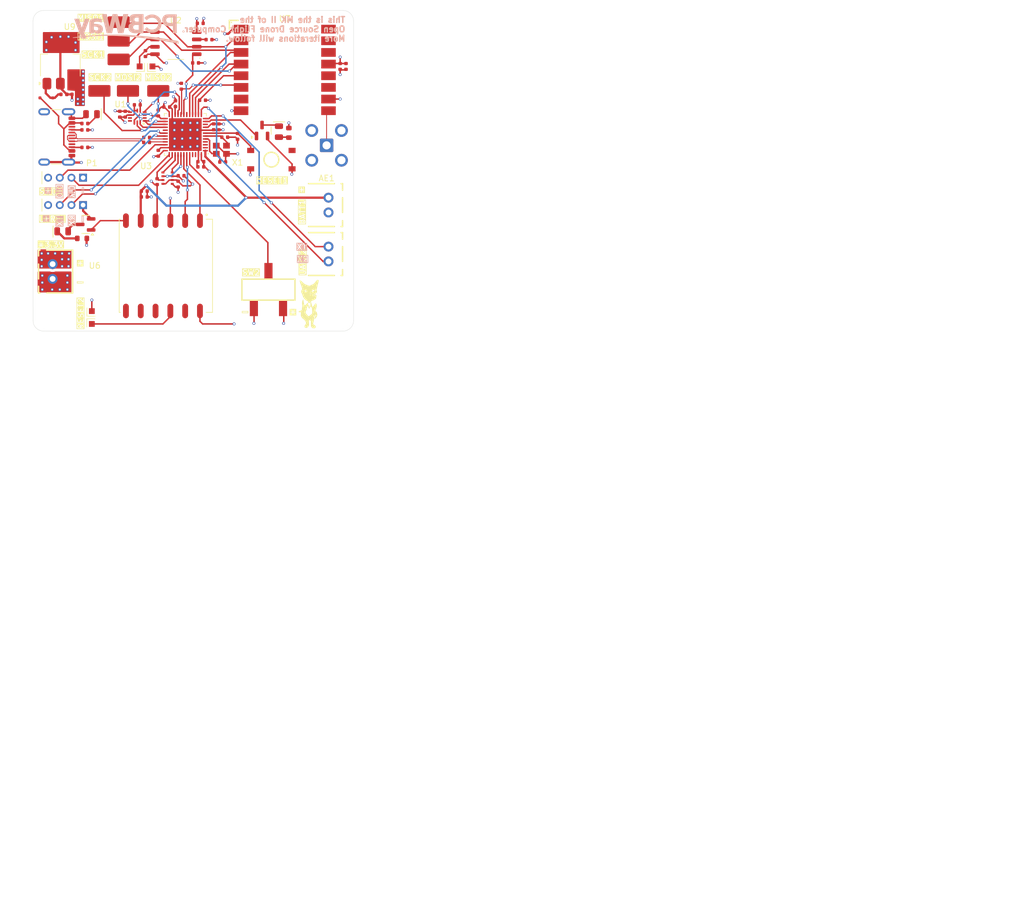
<source format=kicad_pcb>
(kicad_pcb (version 20241229) (generator "pcbnew") (generator_version "9.0")
  (layers (0 "F.Cu" signal) (4 "In1.Cu" power) (6 "In2.Cu" power) (2 "B.Cu" signal) (13 "F.Paste" user) (15 "B.Paste" user) (5 "F.SilkS" user "F.Silkscreen") (7 "B.SilkS" user "B.Silkscreen") (1 "F.Mask" user) (3 "B.Mask" user) (25 "Edge.Cuts" user))
  (net 0 "")
  (net 1 "+3.3V")
  (net 2 "+BATT")
  (net 3 "Net-(U5-PH1-OSC_OUT)")
  (net 4 "Net-(U5-PH0-OSC_IN)")
  (net 5 "+5V")
  (net 6 "Net-(U5-VCAP1)")
  (net 7 "/SPI5_NSS")
  (net 8 "/SPI1_MOSI")
  (net 9 "/SPI1_SCK")
  (net 10 "/SPI1_MISO")
  (net 11 "/SPI1_NSS")
  (net 12 "Net-(U2-~{WP}{slash}IO_{2})")
  (net 13 "Net-(U2-~{HOLD}{slash}~{RESET}{slash}IO_{3})")
  (net 14 "/MCU_RX2")
  (net 15 "Net-(P1-CC1)")
  (net 16 "/MCU_TX2")
  (net 17 "Net-(P1-CC2)")
  (net 21 "Net-(D1-K)")
  (net 22 "/SPI2_SCK")
  (net 27 "/SPI2_NSS")
  (net 28 "Net-(D6-Pad2)")
  (net 29 "Net-(D3-Pad2)")
  (net 30 "/SPI2_MISO")
  (net 32 "/SPI2_MOSI")
  (net 34 "/Debug_TX")
  (net 35 "/Debug_RX")
  (net 39 "GND")
  (net 42 "/MCU_TX1")
  (net 43 "/SPI3_NSS")
  (net 44 "/MCU_RX1")
  (net 48 "Net-(AE1-A)")
  (net 52 "Net-(U5-NRST)")
  (net 53 "Net-(SW2-B)")
  (net 54 "/SPI3_MOSI")
  (net 55 "/SPI3_MISO")
  (net 56 "/SPI3_SCK")
  (net 57 "/Lora_RES")
  (net 58 "/USB_FS_DP")
  (net 59 "/USB_FS_DN")
  (net 60 "Net-(Q3-D)")
  (net 61 "Net-(D5-Pad2)")
  (net 62 "Net-(Q2-D)")
  (net 63 "/SWDIO")
  (net 66 "/SWCLK")
  (net 67 "Net-(Q3-G)")
  (net 68 "/IMU_INT")
  (net 70 "Net-(U6-~{RESET})")
  (net 71 "Net-(Q2-G)")
  (net 72 "Net-(U5-PA11)")
  (net 73 "Net-(U5-PA12)")
  (footprint "easyeda2kicad:CONN-TH_B2B-XH-A-LF-SN" (layer "F.Cu") (at 112 54.4 90)
    (property "Reference" "BATT1")
    (property "Value" "Connector")
  )
  (footprint "PCM_JLCPCB:R_0402" (layer "F.Cu") (at 70.2 41.5 180)
    (property "Reference" "R1" (hide yes))
    (property "Value" "5.1kΩ" (hide yes))
  )
  (footprint "PCM_JLCPCB:R_0402" (layer "F.Cu") (at 89.2 30)
    (property "Reference" "R7" (hide yes))
    (property "Value" "5.1kΩ" (hide yes))
  )
  (footprint "PCM_JLCPCB:C_0402" (layer "F.Cu") (at 76.2 38.8 -90)
    (property "Reference" "C7" (hide yes))
    (property "Value" "2.2uF")
  )
  (footprint "PCM_JLCPCB:C_0402" (layer "F.Cu") (at 94.2 42.75 180)
    (property "Reference" "C11" (hide yes))
    (property "Value" "20pF")
  )
  (footprint "TestPoint:TestPoint_Pad_1.0x1.0mm" (layer "F.Cu") (at 71.4 74.8 90)
    (property "Reference" "REF**" (hide yes))
    (property "Value" "TestPoint_Pad_1.0x1.0mm")
  )
  (footprint "Connector_Coaxial:SMA_BAT_Wireless_BWSMA-KWE-Z001" (layer "F.Cu") (at 111.675 44.15 -90)
    (property "Reference" "AE1")
    (property "Value" "915MHZ Antenna")
  )
  (footprint "easyeda2kicad:SW-SMD_4P-L4.5-W4.5-P3.15-LS7.5-TL" (layer "F.Cu") (at 102.2 46.6)
    (property "Reference" "RESET1")
    (property "Value" "TS1101S")
  )
  (footprint "PCM_JLCPCB:C_0402" (layer "F.Cu") (at 90.1 46.95 180)
    (property "Reference" "C18" (hide yes))
    (property "Value" "4.7uF")
  )
  (footprint "Package_LGA:Bosch_LGA-8_2x2.5mm_P0.65mm_ClockwisePinNumbering" (layer "F.Cu") (at 84.4 49.775 90)
    (property "Reference" "U3")
    (property "Value" "BMP280")
  )
  (footprint "PCM_JLCPCB:R_0402" (layer "F.Cu") (at 70.2 44.5 180)
    (property "Reference" "R2" (hide yes))
    (property "Value" "5.1kΩ" (hide yes))
  )
  (footprint "PCM_JLCPCB:C_0402" (layer "F.Cu") (at 92.3 40.965316 -90)
    (property "Reference" "C21" (hide yes))
    (property "Value" "1uF")
  )
  (footprint "PCM_JLCPCB:R_0402" (layer "F.Cu") (at 90.4 36.4 180)
    (property "Reference" "R10" (hide yes))
    (property "Value" "5.1kΩ" (hide yes))
  )
  (footprint "easyeda2kicad:CONN-TH_B2B-XH-A-LF-SN" (layer "F.Cu") (at 112 62.8 90)
    (property "Reference" "UART2")
    (property "Value" "Connector")
  )
  (footprint "Package_SO:SOIC-8_5.3x5.3mm_P1.27mm" (layer "F.Cu") (at 85.8125 26.6 180)
    (property "Reference" "U2")
    (property "Value" "W25Q16JVSS")
  )
  (footprint "PCM_JLCPCB:R_0402" (layer "F.Cu") (at 70.2 40.4)
    (property "Reference" "R11" (hide yes))
    (property "Value" "200Ω" (hide yes))
  )
  (footprint "TestPoint:TestPoint_Keystone_5019_Miniature" (layer "F.Cu") (at 72.7 34.8)
    (property "Reference" "SCK2")
    (property "Value" "TestPoint")
  )
  (footprint "PCM_JLCPCB:C_0402" (layer "F.Cu") (at 90.09547 47.838667)
    (property "Reference" "C25" (hide yes))
    (property "Value" "100nF")
  )
  (footprint "PCM_JLCPCB:R_0402" (layer "F.Cu") (at 82.8 38.6 -90)
    (property "Reference" "R12" (hide yes))
    (property "Value" "5.1kΩ" (hide yes))
  )
  (footprint "PCM_JLCPCB:Q_SOT-23" (layer "F.Cu") (at 70.34 57.72 180)
    (property "Reference" "Q3" (hide yes))
    (property "Value" "AO3400A")
  )
  (footprint "TestPoint:TestPoint_Keystone_5019_Miniature" (layer "F.Cu") (at 76 26.2 180)
    (property "Reference" "MOSI1")
    (property "Value" "TestPoint")
  )
  (footprint "PCM_JLCPCB:C_0402" (layer "F.Cu") (at 82.8 45.5 -90)
    (property "Reference" "C29" (hide yes))
    (property "Value" "100nF")
  )
  (footprint "PCM_JLCPCB:C_0402" (layer "F.Cu") (at 93.85 47)
    (property "Reference" "C10" (hide yes))
    (property "Value" "20pF")
  )
  (footprint "TestPoint:TestPoint_Pad_1.0x1.0mm" (layer "F.Cu") (at 71.4 72.6)
    (property "Reference" "REF**" (hide yes))
    (property "Value" "TestPoint_Pad_1.0x1.0mm")
  )
  (footprint "Connector_PinHeader_2.00mm:PinHeader_1x04_P2.00mm_Vertical" (layer "F.Cu") (at 69.9 54.4 -90)
    (property "Reference" "UART1")
    (property "Value" "Conn_01x04_Pin")
  )
  (footprint "Package_TO_SOT_SMD:SOT-223-3_TabPin2" (layer "F.Cu") (at 66 30.4 90)
    (property "Reference" "U9")
    (property "Value" "AP7361C-33E")
  )
  (footprint "easyeda2kicad:LGA-14_L3.0-W2.5-P0.50-TL" (layer "F.Cu") (at 79.2 39.2 180)
    (property "Reference" "U1")
    (property "Value" "ICM-42605")
  )
  (footprint "MountingHole:MountingHole_2.1mm" (layer "F.Cu") (at 63.7 73.6)
    (property "Reference" "REF**" (hide yes))
    (property "Value" "MountingHole_2.1mm")
  )
  (footprint "PCM_JLCPCB:C_0402" (layer "F.Cu") (at 80.4 52)
    (property "Reference" "C31" (hide yes))
    (property "Value" "100nF")
  )
  (footprint "PCM_JLCPCB:C_0402" (layer "F.Cu") (at 114 30.6 -90)
    (property "Reference" "C3" (hide yes))
    (property "Value" "10uF")
  )
  (footprint "TestPoint:TestPoint_Keystone_5019_Miniature" (layer "F.Cu") (at 76 23 180)
    (property "Reference" "MISO1")
    (property "Value" "TestPoint")
  )
  (footprint "PCM_JLCPCB:C_0402" (layer "F.Cu") (at 68.5 35.4 180)
    (property "Reference" "C4" (hide yes))
    (property "Value" "4.7uF")
  )
  (footprint "Crystal:Crystal_SMD_2520-4Pin_2.5x2.0mm" (layer "F.Cu") (at 93.625 44.9 180)
    (property "Reference" "X1")
    (property "Value" "Shenzhen SCTF Elec SX2B12.000F1010F30")
  )
  (footprint "PCM_JLCPCB:R_0402" (layer "F.Cu") (at 86.75 34 90)
    (property "Reference" "R8" (hide yes))
    (property "Value" "5.1kΩ" (hide yes))
  )
  (footprint "PCM_JLCPCB:R_0402" (layer "F.Cu") (at 91.5 26)
    (property "Reference" "R3" (hide yes))
    (property "Value" "5.1kΩ" (hide yes))
  )
  (footprint "PCM_JLCPCB:D_0805" (layer "F.Cu") (at 103.5 41.8 -90)
    (property "Reference" "D5" (hide yes))
    (property "Value" "Red")
  )
  (footprint "PCM_JLCPCB:C_0402" (layer "F.Cu") (at 93.2 40.974013 -90)
    (property "Reference" "C20" (hide yes))
    (property "Value" "100nF")
  )
  (footprint "Diode_SMD:D_SOD-323F" (layer "F.Cu") (at 63.6 36 180)
    (property "Reference" "D1" (hide yes))
    (property "Value" "PMEG3015EJ")
  )
  (footprint "USB-C:USB-C" (layer "F.Cu") (at 64.3 42.7 -90)
    (property "Reference" "P1")
    (property "Value" "USB_C_Plug")
  )
  (footprint "Connector_PinHeader_2.00mm:PinHeader_1x04_P2.00mm_Vertical" (layer "F.Cu") (at 69.9 49.7 -90)
    (property "Reference" "SWD1")
    (property "Value" "Conn_01x04_Pin")
  )
  (footprint "PCM_JLCPCB:R_0603" (layer "F.Cu") (at 105.2 42 -90)
    (property "Reference" "R5" (hide yes))
    (property "Value" "75Ω")
  )
  (footprint "PCM_JLCPCB:C_0402" (layer "F.Cu") (at 79.2 37.2)
    (property "Reference" "C8" (hide yes))
    (property "Value" "10nF")
  )
  (footprint "PCM_JLCPCB:C_0402" (layer "F.Cu") (at 86.2 50.8 90)
    (property "Reference" "C12" (hide yes))
    (property "Value" "100nF")
  )
  (footprint "PCM_JLCPCB:D_0805" (layer "F.Cu") (at 71.34 38.8)
    (property "Reference" "D3" (hide yes))
    (property "Value" "Green")
  )
  (footprint "LOGO" (layer "F.Cu") (at 108.6 71.4)
    (property "Reference" "G***" (hide yes))
    (property "Value" "LOGO" (hide yes))
  )
  (footprint "PCM_JLCPCB:C_0402" (layer "F.Cu") (at 77.128509 38.8 90)
    (property "Reference" "C6" (hide yes))
    (property "Value" "100nF")
  )
  (footprint "Package_DFN_QFN:QFN-48-1EP_7x7mm_P0.5mm_EP5.6x5.6mm" (layer "F.Cu") (at 87.4375 42.3 180)
    (property "Reference" "U5" (hide yes))
    (property "Value" "STM32F411")
  )
  (footprint "Lora1276:COMM-SMD_LORA1276-C1-915MHZ" (layer "F.Cu") (at 104.5 31.2)
    (property "Reference" "U7")
    (property "Value" "915MHz")
  )
  (footprint "easyeda2kicad:CONN-TH_B2B-XH-A-LF-SN" (layer "F.Cu") (at 64.6725 65.8 -90)
    (property "Reference" "+3.3V")
    (property "Value" "Connector")
  )
  (footprint "PCM_JLCPCB:R_0402" (layer "F.Cu") (at 80.795275 43.637992 180)
    (property "Reference" "R14" (hide yes))
    (property "Value" "22Ω" (hide yes))
  )
  (footprint "TestPoint:TestPoint_Keystone_5019_Miniature" (layer "F.Cu") (at 77.6 34.8)
    (property "Reference" "MOSI2")
    (property "Value" "TestPoint")
  )
  (footprint "PCM_JLCPCB:C_0402" (layer "F.Cu") (at 66.6 35.4)
    (property "Reference" "C5" (hide yes))
    (property "Value" "4.7uF")
  )
  (footprint "PCM_JLCPCB:C_0402" (layer "F.Cu") (at 80.4 53)
    (property "Reference" "C15" (hide yes))
    (property "Value" "4.7uF")
  )
  (footprint "MountingHole:MountingHole_2.1mm" (layer "F.Cu") (at 113.9 73.6)
    (property "Reference" "REF**" (hide yes))
    (property "Value" "MountingHole_2.1mm")
  )
  (footprint "TestPoint:TestPoint_Pad_1.0x1.0mm" (layer "F.Cu") (at 79.6 30.6 90)
    (property "Reference" "REF**" (hide yes))
    (property "Value" "TestPoint_Pad_1.0x1.0mm")
  )
  (footprint "PCM_JLCPCB:R_0402" (layer "F.Cu") (at 82.6 50.375 -90)
    (property "Reference" "R9" (hide yes))
    (property "Value" "5.1kΩ" (hide yes))
  )
  (footprint "TestPoint:TestPoint_Keystone_5019_Miniature" (layer "F.Cu") (at 76 29.4)
    (property "Reference" "SCK1")
    (property "Value" "TestPoint")
  )
  (footprint "PCM_JLCPCB:C_0402" (layer "F.Cu") (at 90 23.2)
    (property "Reference" "C1" (hide yes))
    (property "Value" "100nF")
  )
  (footprint "PCM_JLCPCB:C_0402" (layer "F.Cu") (at 96.4 42.6 -90)
    (property "Reference" "C27" (hide yes))
    (property "Value" "100nF")
  )
  (footprint "PCM_JLCPCB:R_0402" (layer "F.Cu") (at 80.6 28.4 -90)
    (property "Reference" "R4" (hide yes))
    (property "Value" "5.1kΩ" (hide yes))
  )
  (footprint "TestPoint:TestPoint_Pad_1.0x1.0mm" (layer "F.Cu") (at 81.8 30.6)
    (property "Reference" "REF**" (hide yes))
    (property "Value" "TestPoint_Pad_1.0x1.0mm")
  )
  (footprint "PCM_JLCPCB:C_0402" (layer "F.Cu") (at 115 30.6 -90)
    (property "Reference" "C28" (hide yes))
    (property "Value" "100nF")
  )
  (footprint "L86:XCVR_L86-M33" (layer "F.Cu") (at 83.6 64.823663 -90)
    (property "Reference" "U6")
    (property "Value" "L86-M33")
  )
  (footprint "TestPoint:TestPoint_Keystone_5019_Miniature" (layer "F.Cu") (at 82.8 34.8)
    (property "Reference" "MISO2")
    (property "Value" "TestPoint")
  )
  (footprint "PCM_JLCPCB:D_0805" (layer "F.Cu") (at 66.4 58.9 180)
    (property "Reference" "D6" (hide yes))
    (property "Value" "Red")
  )
  (footprint "MountingHole:MountingHole_2.1mm" (layer "F.Cu") (at 63.7 23.4)
    (property "Reference" "REF**" (hide yes))
    (property "Value" "MountingHole_2.1mm")
  )
  (footprint "PCM_JLCPCB:C_0402" (layer "F.Cu") (at 84.25 37.567564 180)
    (property "Reference" "C9" (hide yes))
    (property "Value" "100nF")
  )
  (footprint "PCM_JLCPCB:C_0402" (layer "F.Cu") (at 85.75 37 90)
    (property "Reference" "C26" (hide yes))
    (property "Value" "4.7uF")
  )
  (footprint "PCM_JLCPCB:Q_SOT-23" (layer "F.Cu") (at 100.6 41.6 90)
    (property "Reference" "Q2" (hide yes))
    (property "Value" "AO3400A")
  )
  (footprint "PCM_JLCPCB:R_0603" (layer "F.Cu") (at 69.72 60.12 180)
    (property "Reference" "R13" (hide yes))
    (property "Value" "75Ω")
  )
  (footprint "PCM_JLCPCB:C_0402" (layer "F.Cu") (at 86.711167 49.36675)
    (property "Reference" "C17" (hide yes))
    (property "Value" "100nF")
  )
  (footprint "SW-SHOUHAN_MST-22D18G23J_C2875122:SW-SMD_SHOUHAN_MST-22D18G23J_C2875122" (layer "F.Cu") (at 101.7 68.9)
    (property "Reference" "SW2")
    (property "Value" "SW_SPDT")
  )
  (footprint "PCM_JLCPCB:R_0402" (layer "F.Cu") (at 80.8 42.8 180)
    (property "Reference" "R6" (hide yes))
    (property "Value" "22Ω" (hide yes))
  )
  (footprint "LOGO" (layer "B.Cu") (at 77.3 24.1 180)
    (property "Reference" "G***" (hide yes))
    (property "Value" "LOGO" (hide yes))
  )
  (gr_arc (start 61.308341 22.8) (mid 61.835549 21.527208) (end 63.108341 21) (stroke (width 0.05)) (layer "Edge.Cuts"))
  (gr_arc (start 116.3 74.227208) (mid 115.772792 75.5) (end 114.5 76.027208) (stroke (width 0.05)) (layer "Edge.Cuts"))
  (gr_arc (start 63.11539 76.027208) (mid 61.842598 75.5) (end 61.31539 74.227208) (stroke (width 0.05)) (layer "Edge.Cuts"))
  (gr_line (start 63.11539 76.027207) (end 114.5 76.027208) (stroke (width 0.05)) (layer "Edge.Cuts"))
  (gr_line (start 114.5 21) (end 63.108341 21) (stroke (width 0.05)) (layer "Edge.Cuts"))
  (gr_line (start 116.3 74.227208) (end 116.3 22.8) (stroke (width 0.05)) (layer "Edge.Cuts"))
  (gr_arc (start 114.5 21) (mid 115.772792 21.527208) (end 116.3 22.8) (stroke (width 0.05)) (layer "Edge.Cuts"))
  (gr_line (start 61.308341 22.8) (end 61.31539 74.2272) (stroke (width 0.05)) (layer "Edge.Cuts"))
  (gr_text "+" (at 69.4 64.3 0) (layer "F.SilkS" knockout) (effects (font (size 1 1))))
  (gr_text "+" (at 105.9 72.7 0) (layer "F.SilkS" knockout) (effects (font (size 1 1))))
  (gr_text "RESET2\n" (at 69.5 73 90) (layer "F.SilkS" knockout) (effects (font (size 1 1))))
  (gr_text "-\n" (at 69.4 67.6 0) (layer "F.SilkS" knockout) (effects (font (size 1 1))))
  (gr_text "-\n" (at 97.7 72.7 0) (layer "F.SilkS" knockout) (effects (font (size 1 1))))
  (gr_text "+" (at 107.4 51.7 0) (layer "F.SilkS" knockout) (effects (font (size 1 1))))
  (gr_text "TX\n" (at 65.9 57.2 90) (layer "B.SilkS" knockout) (effects (font (size 1 1)) (justify mirror)))
  (gr_text "-\n" (at 69.9 56.8 -90) (layer "B.SilkS" knockout) (effects (font (size 1 1)) (justify mirror)))
  (gr_text "+" (at 63.5 56.7 90) (layer "B.SilkS" knockout) (effects (font (size 1 1)) (justify mirror)))
  (gr_text "RX\n" (at 68 57 90) (layer "B.SilkS" knockout) (effects (font (size 1 1)) (justify mirror)))
  (gr_text "TX\n" (at 107.4 61.6 0) (layer "B.SilkS" knockout) (effects (font (size 1 1)) (justify mirror)))
  (gr_text "This is the MK II of the \nOpen Source Drone Flight Computer. \nMore iterations will follow.\n" (at 115 26.4 0) (layer "B.SilkS") (effects (font (size 1 1) (thickness 0.25) (bold yes)) (justify left bottom mirror)))
  (gr_text "-\n" (at 69.8 51.9 90) (layer "B.SilkS" knockout) (effects (font (size 1 1)) (justify mirror)))
  (gr_text "CLK\n\n" (at 68.8 52.1 90) (layer "B.SilkS" knockout) (effects (font (size 1 0.76)) (justify mirror)))
  (gr_text "RX\n" (at 107.6 63.7 0) (layer "B.SilkS" knockout) (effects (font (size 1 1)) (justify mirror)))
  (gr_text "+" (at 63.8 51.9 90) (layer "B.SilkS" knockout) (effects (font (size 1 1)) (justify mirror)))
  (gr_text "DIO\n" (at 65.9 52 90) (layer "B.SilkS" knockout) (effects (font (size 1 1)) (justify mirror)))
  (segment (start 89.7 30) (end 90.8 30) (width 0.254) (layer "F.Cu") (net 1))
  (segment (start 115 30.1) (end 112.1 30.1) (width 0.254) (layer "F.Cu") (net 1))
  (segment (start 84.6875 38.8625) (end 84.6875 38.42451) (width 0.254) (layer "F.Cu") (net 1))
  (segment (start 90.1875 46.6875) (end 90.1875 45.775) (width 0.254) (layer "F.Cu") (net 1))
  (segment (start 79.7 38.19) (end 79.7 37.2) (width 0.254) (layer "F.Cu") (net 1))
  (segment (start 76.2 38.3) (end 75.5 38.3) (width 0.254) (layer "F.Cu") (net 1))
  (segment (start 69 35.4) (end 69 34.25) (width 0.381) (layer "F.Cu") (net 1))
  (segment (start 87.1 50.255583) (end 86.211167 49.36675) (width 0.254) (layer "F.Cu") (net 1))
  (segment (start 69 34.25) (end 68.3 33.55) (width 0.381) (layer "F.Cu") (net 1))
  (segment (start 93.2 40.474013) (end 91.888486 40.474013) (width 0.254) (layer "F.Cu") (net 1))
  (segment (start 104.3 74.7) (end 104.3 74.553458) (width 0.254) (layer "F.Cu") (net 1))
  (segment (start 93.9 40.5) (end 93.874013 40.474013) (width 0.254) (layer "F.Cu") (net 1))
  (segment (start 105.2 40.3) (end 105.2 41.18) (width 0.254) (layer "F.Cu") (net 1))
  (segment (start 83.332436 37.567564) (end 83.75 37.567564) (width 0.254) (layer "F.Cu") (net 1))
  (segment (start 82.33 57.073663) (end 82.6 56.803663) (width 0.254) (layer "F.Cu") (net 1))
  (segment (start 69 35.4) (end 69 36.2) (width 0.381) (layer "F.Cu") (net 1))
  (segment (start 93.874013 40.474013) (end 93.2 40.474013) (width 0.254) (layer "F.Cu") (net 1))
  (segment (start 91.312499 41.05) (end 90.875 41.05) (width 0.254) (layer "F.Cu") (net 1))
  (segment (start 104.326729 74.526729) (end 104.326729 72.408862) (width 0.254) (layer "F.Cu") (net 1))
  (segment (start 82.1 46) (end 82 46.1) (width 0.254) (layer "F.Cu") (net 1))
  (segment (start 90.6 47.85) (end 90.6 46.95) (width 0.254) (layer "F.Cu") (net 1))
  (segment (start 70.5 60.16) (end 70.54 60.12) (width 0.381) (layer "F.Cu") (net 1))
  (segment (start 82.175 50.875) (end 81.6 50.3) (width 0.254) (layer "F.Cu") (net 1))
  (segment (start 90.5 22.6) (end 90.5 23.2) (width 0.254) (layer "F.Cu") (net 1))
  (segment (start 79.720421 37.179579) (end 79.7 37.2) (width 0.254) (layer "F.Cu") (net 1))
  (segment (start 90.59547 47.838667) (end 90.788667 47.838667) (width 0.254) (layer "F.Cu") (net 1))
  (segment (start 112.3 29.9) (end 112 30.2) (width 0.254) (layer "F.Cu") (net 1))
  (segment (start 112.1 30.1) (end 112 30.2) (width 0.254) (layer "F.Cu") (net 1))
  (segment (start 80.995 28.505) (end 82.225 28.505) (width 0.254) (layer "F.Cu") (net 1))
  (segment (start 90.604842 22.346417) (end 90.604842 22.495158) (width 0.254) (layer "F.Cu") (net 1))
  (segment (start 83.75 45.05) (end 82.8 46) (width 0.254) (layer "F.Cu") (net 1))
  (segment (start 114 30.1) (end 114 29) (width 0.254) (layer "F.Cu") (net 1))
  (segment (start 86.127917 49.45) (end 86.211167 49.36675) (width 0.254) (layer "F.Cu") (net 1))
  (segment (start 84 45.05) (end 83.75 45.05) (width 0.254) (layer "F.Cu") (net 1))
  (segment (start 86.2 51.3) (end 85.75 51.3) (width 0.254) (layer "F.Cu") (net 1))
  (segment (start 82.8 46) (end 82.1 46) (width 0.254) (layer "F.Cu") (net 1))
  (segment (start 84.6875 38.42451) (end 83.830554 37.567564) (width 0.254) (layer "F.Cu") (net 1))
  (segment (start 90.1875 45.775) (end 90.15 45.7375) (width 0.254) (layer "F.Cu") (net 1))
  (segment (start 83.72 30) (end 82.225 28.505) (width 0.254) (layer "F.Cu") (net 1))
  (segment (start 77.79 38.3) (end 77.94 38.45) (width 0.254) (layer "F.Cu") (net 1))
  (segment (start 70.5 61.3) (end 70.5 60.16) (width 0.381) (layer "F.Cu") (net 1))
  (segment (start 83.75 37.05) (end 84 36.8) (width 0.254) (layer "F.Cu") (net 1))
  (segment (start 91.888486 40.474013) (end 91.312499 41.05) (width 0.254) (layer "F.Cu") (net 1))
  (segment (start 80.6 28.9) (end 80.995 28.505) (width 0.254) (layer "F.Cu") (net 1))
  (segment (start 85.75 51.3) (end 85.2 50.75) (width 0.254) (layer "F.Cu") (net 1))
  (segment (start 84.2 30) (end 83.72 30) (width 0.254) (layer "F.Cu") (net 1))
  (segment (start 83.75 37.567564) (end 83.75 37.05) (width 0.254) (layer "F.Cu") (net 1))
  (segment (start 90.604842 22.495158) (end 90.5 22.6) (width 0.254) (layer "F.Cu") (net 1))
  (segment (start 86.2 51.3) (end 86.2 52.2) (width 0.254) (layer "F.Cu") (net 1))
  (segment (start 79.720421 36.502063) (end 79.720421 37.179579) (width 0.254) (layer "F.Cu") (net 1))
  (segment (start 90.9 36.4) (end 91.7 36.4) (width 0.2) (layer "F.Cu") (net 1))
  (segment (start 90.45 46.95) (end 90.1875 46.6875) (width 0.254) (layer "F.Cu") (net 1))
  (segment (start 82.8 38.1) (end 83.332436 37.567564) (width 0.254) (layer "F.Cu") (net 1))
  (segment (start 82.6 56.803663) (end 82.6 50.875) (width 0.254) (layer "F.Cu") (net 1))
  (segment (start 104.3 74.553458) (end 104.326729 74.526729) (width 0.254) (layer "F.Cu") (net 1))
  (segment (start 92 26) (end 92.8 26) (width 0.254) (layer "F.Cu") (net 1))
  (segment (start 90.788667 47.838667) (end 91.55 48.6) (width 0.254) (layer "F.Cu") (net 1))
  (segment (start 76.2 38.3) (end 77.79 38.3) (width 0.254) (layer "F.Cu") (net 1))
  (segment (start 94 40.5) (end 93.9 40.5) (width 0.254) (layer "F.Cu") (net 1))
  (segment (start 82.6 50.875) (end 82.175 50.875) (width 0.254) (layer "F.Cu") (net 1))
  (segment (start 85.2 49.45) (end 86.127917 49.45) (width 0.254) (layer "F.Cu") (net 1))
  (segment (start 75.5 38.3) (end 75.4 38.2) (width 0.254) (layer "F.Cu") (net 1))
  (via (at 86.2 52.2) (size 0.5) (drill 0.3) (layers "F.Cu" "B.Cu") (net 1))
  (via (at 69.9 34.6) (size 0.5) (drill 0.3) (layers "F.Cu" "B.Cu") (net 1))
  (via (at 67.4 64.9) (size 0.5) (drill 0.3) (layers "F.Cu" "B.Cu") (net 1))
  (via (at 69.9 31.5) (size 0.5) (drill 0.3) (layers "F.Cu" "B.Cu") (net 1))
  (via (at 105.2 40.3) (size 0.5) (drill 0.3) (layers "F.Cu" "B.Cu") (net 1))
  (via (at 79.720421 36.502063) (size 0.5) (drill 0.3) (layers "F.Cu" "B.Cu") (net 1))
  (via (at 63.9 62.7) (size 0.5) (drill 0.3) (layers "F.Cu" "B.Cu") (net 1))
  (via (at 67.4 63.7) (size 0.5) (drill 0.3) (layers "F.Cu" "B.Cu") (net 1))
  (via (at 66.3 63.7) (size 0.5) (drill 0.3) (layers "F.Cu" "B.Cu") (net 1))
  (via (at 69.9 32.2) (size 0.5) (drill 0.3) (layers "F.Cu" "B.Cu") (net 1))
  (via (at 90.604842 22.346417) (size 0.5) (drill 0.3) (layers "F.Cu" "B.Cu") (net 1))
  (via (at 82 46.1) (size 0.5) (drill 0.3) (layers "F.Cu" "B.Cu") (net 1))
  (via (at 94 40.5) (size 0.5) (drill 0.3) (layers "F.Cu" "B.Cu") (net 1))
  (via (at 114 29) (size 0.5) (drill 0.3) (layers "F.Cu" "B.Cu") (net 1))
  (via (at 66.3 64.9) (size 0.5) (drill 0.3) (layers "F.Cu" "B.Cu") (net 1))
  (via (at 69.9 33.8) (size 0.5) (drill 0.3) (layers "F.Cu" "B.Cu") (net 1))
  (via (at 69.9 36.3) (size 0.5) (drill 0.3) (layers "F.Cu" "B.Cu") (net 1))
  (via (at 90.8 30) (size 0.5) (drill 0.3) (layers "F.Cu" "B.Cu") (net 1))
  (via (at 65.1 62.7) (size 0.5) (drill 0.3) (layers "F.Cu" "B.Cu") (net 1))
  (via (at 104.3 74.7) (size 0.5) (drill 0.3) (layers "F.Cu" "B.Cu") (net 1))
  (via (at 69.9 33) (size 0.5) (drill 0.3) (layers "F.Cu" "B.Cu") (net 1))
  (via (at 75.4 38.2) (size 0.5) (drill 0.3) (layers "F.Cu" "B.Cu") (net 1))
  (via (at 62.8 63.8) (size 0.5) (drill 0.3) (layers "F.Cu" "B.Cu") (net 1))
  (via (at 66.3 62.7) (size 0.5) (drill 0.3) (layers "F.Cu" "B.Cu") (net 1))
  (via (at 92.8 26) (size 0.5) (drill 0.3) (layers "F.Cu" "B.Cu") (net 1))
  (via (at 87.1 50.255583) (size 0.5) (drill 0.3) (layers "F.Cu" "B.Cu") (net 1))
  (via (at 69 36.2) (size 0.5) (drill 0.3) (layers "F.Cu" "B.Cu") (net 1))
  (via (at 91.55 48.6) (size 0.5) (drill 0.3) (layers "F.Cu" "B.Cu") (net 1))
  (via (at 70.5 61.3) (size 0.5) (drill 0.3) (layers "F.Cu" "B.Cu") (net 1))
  (via (at 69.9 37) (size 0.5) (drill 0.3) (layers "F.Cu" "B.Cu") (net 1))
  (via (at 84.2 30) (size 0.5) (drill 0.3) (layers "F.Cu" "B.Cu") (net 1))
  (via (at 81.6 50.3) (size 0.5) (drill 0.3) (layers "F.Cu" "B.Cu") (net 1))
  (via (at 69 37) (size 0.5) (drill 0.3) (layers "F.Cu" "B.Cu") (net 1))
  (via (at 62.8 62.7) (size 0.5) (drill 0.3) (layers "F.Cu" "B.Cu") (net 1))
  (via (at 67.5 62.7) (size 0.5) (drill 0.3) (layers "F.Cu" "B.Cu") (net 1))
  (via (at 69.9 35.5) (size 0.5) (drill 0.3) (layers "F.Cu" "B.Cu") (net 1))
  (via (at 84 36.8) (size 0.5) (drill 0.3) (layers "F.Cu" "B.Cu") (net 1))
  (via (at 62.8 64.9) (size 0.5) (drill 0.3) (layers "F.Cu" "B.Cu") (net 1))
  (via (at 91.7 36.4) (size 0.5) (drill 0.3) (layers "F.Cu" "B.Cu") (net 1))
  (segment (start 97.855658 53.055658) (end 97.855658 53.13) (width 0.381) (layer "F.Cu") (net 2))
  (segment (start 80.7 51.1) (end 79.9 51.9) (width 0.381) (layer "F.Cu") (net 2))
  (segment (start 90.875 45.05) (end 90.875 46.075) (width 0.381) (layer "F.Cu") (net 2))
  (segment (start 79.79 57.073663) (end 79.79 52.11) (width 0.381) (layer "F.Cu") (net 2))
  (segment (start 79.9 51.9) (end 79.9 52) (width 0.381) (layer "F.Cu") (net 2))
  (segment (start 80.7 51) (end 80.7 51.1) (width 0.381) (layer "F.Cu") (net 2))
  (segment (start 97.855658 53.13) (end 112.525 53.13) (width 0.381) (layer "F.Cu") (net 2))
  (segment (start 90.875 46.075) (end 97.855658 53.055658) (width 0.381) (layer "F.Cu") (net 2))
  (via (at 80.7 51) (size 0.5) (drill 0.3) (layers "F.Cu" "B.Cu") (net 2))
  (via (at 97.855658 53.13) (size 0.5) (drill 0.3) (layers "F.Cu" "B.Cu") (net 2))
  (segment (start 96.485658 54.5) (end 97.855658 53.13) (width 0.381) (layer "B.Cu") (net 2))
  (segment (start 84.2 54.5) (end 96.485658 54.5) (width 0.381) (layer "B.Cu") (net 2))
  (segment (start 80.7 51) (end 84.2 54.5) (width 0.381) (layer "B.Cu") (net 2))
  (segment (start 90.8375 42.55) (end 93.5 42.55) (width 0.254) (layer "F.Cu") (net 3))
  (segment (start 93.5 42.55) (end 94.9 43.95) (width 0.254) (layer "F.Cu") (net 3))
  (segment (start 92.7 45.55) (end 92 45.55) (width 0.254) (layer "F.Cu") (net 4))
  (segment (start 91.603 43.324016) (end 91.328984 43.05) (width 0.254) (layer "F.Cu") (net 4))
  (segment (start 91.328984 43.05) (end 90.8375 43.05) (width 0.254) (layer "F.Cu") (net 4))
  (segment (start 92 45.55) (end 91.603 45.153) (width 0.254) (layer "F.Cu") (net 4))
  (segment (start 93.35 46.2) (end 92.7 45.55) (width 0.254) (layer "F.Cu") (net 4))
  (segment (start 93.35 47) (end 93.35 46.2) (width 0.254) (layer "F.Cu") (net 4))
  (segment (start 91.603 45.153) (end 91.603 43.324016) (width 0.254) (layer "F.Cu") (net 4))
  (segment (start 69.7 40.6) (end 69.4 40.3) (width 0.254) (layer "F.Cu") (net 5))
  (segment (start 62.55739 36) (end 62.5 36) (width 0.254) (layer "F.Cu") (net 5))
  (segment (start 65.7 40.422152) (end 65.7 39.14261) (width 0.254) (layer "F.Cu") (net 5))
  (segment (start 65.7 39.14261) (end 62.55739 36) (width 0.254) (layer "F.Cu") (net 5))
  (segment (start 67.98 40.3) (end 67.622152 40.3) (width 0.254) (layer "F.Cu") (net 5))
  (segment (start 67.622152 40.3) (end 66.8892 41.032952) (width 0.254) (layer "F.Cu") (net 5))
  (segment (start 67.622152 45.1) (end 67.98 45.1) (width 0.254) (layer "F.Cu") (net 5))
  (segment (start 66.6 41.322152) (end 65.7 40.422152) (width 0.254) (layer "F.Cu") (net 5))
  (segment (start 66.6 44.077848) (end 67.622152 45.1) (width 0.254) (layer "F.Cu") (net 5))
  (segment (start 66.8892 41.032952) (end 66.6 41.322152) (width 0.254) (layer "F.Cu") (net 5))
  (segment (start 66.6 41.322152) (end 66.6 44.077848) (width 0.254) (layer "F.Cu") (net 5))
  (segment (start 69.4 40.3) (end 67.98 40.3) (width 0.254) (layer "F.Cu") (net 5))
  (segment (start 85.6875 37.3125) (end 85.6875 38.8625) (width 0.254) (layer "F.Cu") (net 6))
  (segment (start 85.75 37.25) (end 85.6875 37.3125) (width 0.254) (layer "F.Cu") (net 6))
  (segment (start 87.1875 36.4125) (end 87.1875 38.8625) (width 0.254) (layer "F.Cu") (net 7))
  (segment (start 87.6 33.6) (end 87.6 33.2) (width 0.254) (layer "F.Cu") (net 7))
  (segment (start 87.6 36) (end 87.1875 36.4125) (width 0.254) (layer "F.Cu") (net 7))
  (segment (start 88.7 30) (end 88.7 28.5925) (width 0.254) (layer "F.Cu") (net 7))
  (segment (start 87.6 33.2) (end 88.7 32.1) (width 0.254) (layer "F.Cu") (net 7))
  (segment (start 88.7 28.5925) (end 88.7875 28.505) (width 0.254) (layer "F.Cu") (net 7))
  (segment (start 88.7 32.1) (end 88.7 30) (width 0.254) (layer "F.Cu") (net 7))
  (via (at 87.6 33.6) (size 0.5) (drill 0.3) (layers "F.Cu" "B.Cu") (net 7))
  (via (at 87.6 36) (size 0.5) (drill 0.3) (layers "F.Cu" "B.Cu") (net 7))
  (segment (start 87.6 33.6) (end 87.6 36) (width 0.254) (layer "B.Cu") (net 7))
  (segment (start 83.695 24.695) (end 86.815 27.815) (width 0.254) (layer "F.Cu") (net 8))
  (segment (start 86.815 27.815) (end 96.615 27.815) (width 0.254) (layer "F.Cu") (net 8))
  (segment (start 95.2 28.2) (end 88.1875 35.2125) (width 0.254) (layer "F.Cu") (net 8))
  (segment (start 96.7 28.2) (end 95.2 28.2) (width 0.254) (layer "F.Cu") (net 8))
  (segment (start 82.225 24.695) (end 83.695 24.695) (width 0.254) (layer "F.Cu") (net 8))
  (segment (start 96.615 27.815) (end 97 28.2) (width 0.254) (layer "F.Cu") (net 8))
  (segment (start 79.805 24.695) (end 82.225 24.695) (width 0.254) (layer "F.Cu") (net 8))
  (segment (start 88.1875 35.2125) (end 88.1875 38.8625) (width 0.254) (layer "F.Cu") (net 8))
  (segment (start 77.9 26.6) (end 79.805 24.695) (width 0.254) (layer "F.Cu") (net 8))
  (segment (start 75 26.6) (end 77.9 26.6) (width 0.254) (layer "F.Cu") (net 8))
  (segment (start 83.165 25.965) (end 82.225 25.965) (width 0.254) (layer "F.Cu") (net 9))
  (segment (start 94.132 31.020362) (end 93.820362 31.332) (width 0.254) (layer "F.Cu") (net 9))
  (segment (start 86.05 28.85) (end 83.165 25.965) (width 0.254) (layer "F.Cu") (net 9))
  (segment (start 89.1875 35.9625) (end 89.1875 38.8625) (width 0.254) (layer "F.Cu") (net 9))
  (segment (start 93.820362 31.332) (end 93.818 31.332) (width 0.254) (layer "F.Cu") (net 9))
  (segment (start 82.225 25.965) (end 80.835 25.965) (width 0.254) (layer "F.Cu") (net 9))
  (segment (start 93.818 31.332) (end 89.1875 35.9625) (width 0.254) (layer "F.Cu") (net 9))
  (segment (start 96.7 30.2) (end 94.95 30.2) (width 0.254) (layer "F.Cu") (net 9))
  (segment (start 94.132 31.018) (end 94.132 31.020362) (width 0.254) (layer "F.Cu") (net 9))
  (segment (start 94.95 30.2) (end 94.132 31.018) (width 0.254) (layer "F.Cu") (net 9))
  (segment (start 76.8 30) (end 75 30) (width 0.254) (layer "F.Cu") (net 9))
  (segment (start 96.2 30.2) (end 96.7 30.2) (width 0.254) (layer "F.Cu") (net 9))
  (segment (start 80.835 25.965) (end 76.8 30) (width 0.254) (layer "F.Cu") (net 9))
  (segment (start 95 31.4) (end 96.2 30.2) (width 0.254) (layer "F.Cu") (net 9))
  (via (at 86.05 28.85) (size 0.5) (drill 0.3) (layers "F.Cu" "B.Cu") (net 9))
  (via (at 95 31.4) (size 0.5) (drill 0.3) (layers "F.Cu" "B.Cu") (net 9))
  (segment (start 86.05 28.996116) (end 88.453884 31.4) (width 0.254) (layer "B.Cu") (net 9))
  (segment (start 86.05 28.85) (end 86.05 28.996116) (width 0.254) (layer "B.Cu") (net 9))
  (segment (start 88.453884 31.4) (end 95 31.4) (width 0.254) (layer "B.Cu") (net 9))
  (segment (start 89.4 27.235) (end 87.835 27.235) (width 0.254) (layer "F.Cu") (net 10))
  (segment (start 94.365 27.235) (end 89.4 27.235) (width 0.254) (layer "F.Cu") (net 10))
  (segment (start 95.4 26.2) (end 96.7 26.2) (width 0.254) (layer "F.Cu") (net 10))
  (segment (start 93.525 30.8) (end 88.6875 35.6375) (width 0.254) (layer "F.Cu") (net 10))
  (segment (start 94.365 27.235) (end 95.4 26.2) (width 0.254) (layer "F.Cu") (net 10))
  (segment (start 87.835 27.235) (end 83.8 23.2) (width 0.254) (layer "F.Cu") (net 10))
  (segment (start 88.6875 35.6375) (end 88.6875 38.8625) (width 0.254) (layer "F.Cu") (net 10))
  (segment (start 83.8 23.2) (end 75 23.2) (width 0.254) (layer "F.Cu") (net 10))
  (segment (start 93.6 30.8) (end 93.525 30.8) (width 0.254) (layer "F.Cu") (net 10))
  (via (at 94.365 27.235) (size 0.5) (drill 0.3) (layers "F.Cu" "B.Cu") (net 10))
  (via (at 93.6 30.8) (size 0.5) (drill 0.3) (layers "F.Cu" "B.Cu") (net 10))
  (segment (start 94.4 27.27) (end 94.4 30) (width 0.254) (layer "B.Cu") (net 10))
  (segment (start 94.4 30) (end 93.6 30.8) (width 0.254) (layer "B.Cu") (net 10))
  (segment (start 94.365 27.235) (end 94.4 27.27) (width 0.254) (layer "B.Cu") (net 10))
  (segment (start 94 32.2) (end 97 32.2) (width 0.254) (layer "F.Cu") (net 11))
  (segment (start 89.6875 38.8625) (end 89.6875 36.5125) (width 0.254) (layer "F.Cu") (net 11))
  (segment (start 89.6875 36.5125) (end 94 32.2) (width 0.254) (layer "F.Cu") (net 11))
  (segment (start 89.4 25.965) (end 90.965 25.965) (width 0.254) (layer "F.Cu") (net 12))
  (segment (start 90.965 25.965) (end 91 26) (width 0.254) (layer "F.Cu") (net 12))
  (segment (start 79.6 30.6) (end 79.6 28.9) (width 0.254) (layer "F.Cu") (net 13))
  (segment (start 80.6 27.9) (end 81.265 27.235) (width 0.254) (layer "F.Cu") (net 13))
  (segment (start 79.6 28.9) (end 80.6 27.9) (width 0.254) (layer "F.Cu") (net 13))
  (segment (start 81.265 27.235) (end 82.225 27.235) (width 0.254) (layer "F.Cu") (net 13))
  (segment (start 91.4 37.8) (end 91.2 37.6) (width 0.254) (layer "F.Cu") (net 14))
  (segment (start 100.95 53.95) (end 111.07 64.07) (width 0.254) (layer "F.Cu") (net 14))
  (segment (start 90.1875 38.0125) (end 90.1875 38.8625) (width 0.254) (layer "F.Cu") (net 14))
  (segment (start 91.2 37.6) (end 90.6 37.6) (width 0.254) (layer "F.Cu") (net 14))
  (segment (start 111.07 64.07) (end 112 64.07) (width 0.254) (layer "F.Cu") (net 14))
  (segment (start 90.6 37.6) (end 90.1875 38.0125) (width 0.254) (layer "F.Cu") (net 14))
  (via (at 91.4 37.8) (size 0.5) (drill 0.3) (layers "F.Cu" "B.Cu") (net 14))
  (via (at 100.95 53.95) (size 0.5) (drill 0.3) (layers "F.Cu" "B.Cu") (net 14))
  (segment (start 92.8 39.2) (end 91.4 37.8) (width 0.254) (layer "B.Cu") (net 14))
  (segment (start 92.8 45.8) (end 92.8 39.2) (width 0.254) (layer "B.Cu") (net 14))
  (segment (start 100.95 53.95) (end 92.8 45.8) (width 0.254) (layer "B.Cu") (net 14))
  (segment (start 69.7 41.6) (end 69.6 41.5) (width 0.254) (layer "F.Cu") (net 15))
  (segment (start 67.94 41.5) (end 67.89 41.45) (width 0.254) (layer "F.Cu") (net 15))
  (segment (start 69.6 41.5) (end 67.94 41.5) (width 0.254) (layer "F.Cu") (net 15))
  (segment (start 91.937274 39.1) (end 91.487274 39.55) (width 0.254) (layer "F.Cu") (net 16))
  (segment (start 102.2 54) (end 109.73 61.53) (width 0.254) (layer "F.Cu") (net 16))
  (segment (start 93.9 39.1) (end 91.937274 39.1) (width 0.254) (layer "F.Cu") (net 16))
  (segment (start 91.487274 39.55) (end 90.875 39.55) (width 0.254) (layer "F.Cu") (net 16))
  (segment (start 109.73 61.53) (end 112 61.53) (width 0.254) (layer "F.Cu") (net 16))
  (via (at 93.9 39.1) (size 0.5) (drill 0.3) (layers "F.Cu" "B.Cu") (net 16))
  (via (at 102.2 54) (size 0.5) (drill 0.3) (layers "F.Cu" "B.Cu") (net 16))
  (segment (start 100.1 51.9) (end 102.2 54) (width 0.254) (layer "B.Cu") (net 16))
  (segment (start 93.9 39.1) (end 100.1 45.3) (width 0.254) (layer "B.Cu") (net 16))
  (segment (start 100.1 45.3) (end 100.1 51.9) (width 0.254) (layer "B.Cu") (net 16))
  (segment (start 69.8 44.5) (end 67.94 44.5) (width 0.254) (layer "F.Cu") (net 17))
  (segment (start 67.94 44.5) (end 67.89 44.45) (width 0.254) (layer "F.Cu") (net 17))
  (segment (start 63.7 33.55) (end 63.5 33.75) (width 0.381) (layer "F.Cu") (net 21))
  (segment (start 63.5 35.2) (end 64.3 36) (width 0.381) (layer "F.Cu") (net 21))
  (segment (start 63.5 33.75) (end 63.5 35.2) (width 0.381) (layer "F.Cu") (net 21))
  (segment (start 66.1 35.4) (end 65.65 35.4) (width 0.381) (layer "F.Cu") (net 21))
  (segment (start 65.05 36) (end 64.7 36) (width 0.381) (layer "F.Cu") (net 21))
  (segment (start 64.3 36) (end 64.7 36) (width 0.381) (layer "F.Cu") (net 21))
  (segment (start 65.65 35.4) (end 65.05 36) (width 0.381) (layer "F.Cu") (net 21))
  (segment (start 79.2 40.8) (end 79.2 40.21) (width 0.254) (layer "F.Cu") (net 22))
  (segment (start 73.5 38.5) (end 76.6 41.6) (width 0.254) (layer "F.Cu") (net 22))
  (segment (start 82.4 40) (end 82.446621 40.046621) (width 0.254) (layer "F.Cu") (net 22))
  (segment (start 80 41.6) (end 79.2 40.8) (width 0.254) (layer "F.Cu") (net 22))
  (segment (start 76.6 41.6) (end 80 41.6) (width 0.254) (layer "F.Cu") (net 22))
  (segment (start 83.996621 40.046621) (end 84 40.05) (width 0.254) (layer "F.Cu") (net 22))
  (segment (start 82.446621 40.046621) (end 83.996621 40.046621) (width 0.254) (layer "F.Cu") (net 22))
  (segment (start 73.5 35.7) (end 73.5 38.5) (width 0.254) (layer "F.Cu") (net 22))
  (via (at 82.4 40) (size 0.5) (drill 0.3) (layers "F.Cu" "B.Cu") (net 22))
  (via (at 80 41.6) (size 0.5) (drill 0.3) (layers "F.Cu" "B.Cu") (net 22))
  (segment (start 82.2 40) (end 82.4 40) (width 0.254) (layer "B.Cu") (net 22))
  (segment (start 80.6 41.6) (end 82.2 40) (width 0.254) (layer "B.Cu") (net 22))
  (segment (start 80 41.6) (end 80.6 41.6) (width 0.254) (layer "B.Cu") (net 22))
  (segment (start 79.7 38.8) (end 78.7 39.8) (width 0.254) (layer "F.Cu") (net 27))
  (segment (start 84 39.55) (end 83.25 39.55) (width 0.254) (layer "F.Cu") (net 27))
  (segment (start 78.7 39.8) (end 78.7 40.21) (width 0.254) (layer "F.Cu") (net 27))
  (segment (start 79.8 38.8) (end 79.7 38.8) (width 0.254) (layer "F.Cu") (net 27))
  (segment (start 78.7 40.21) (end 78.7 40.5) (width 0.254) (layer "F.Cu") (net 27))
  (segment (start 83.25 39.55) (end 82.8 39.1) (width 0.254) (layer "F.Cu") (net 27))
  (segment (start 81.5 38.8) (end 81.8 39.1) (width 0.254) (layer "F.Cu") (net 27))
  (segment (start 81.8 39.1) (end 82.8 39.1) (width 0.254) (layer "F.Cu") (net 27))
  (via (at 81.5 38.8) (size 0.5) (drill 0.3) (layers "F.Cu" "B.Cu") (net 27))
  (via (at 79.8 38.8) (size 0.5) (drill 0.3) (layers "F.Cu" "B.Cu") (net 27))
  (segment (start 81.5 38.8) (end 79.8 38.8) (width 0.254) (layer "B.Cu") (net 27))
  (segment (start 66.68 60.12) (end 65.46 58.9) (width 0.381) (layer "F.Cu") (net 28))
  (segment (start 68.9 60.12) (end 66.68 60.12) (width 0.381) (layer "F.Cu") (net 28))
  (segment (start 70.78 40.6) (end 72.38 39) (width 0.254) (layer "F.Cu") (net 29))
  (segment (start 70.7 40.6) (end 70.78 40.6) (width 0.254) (layer "F.Cu") (net 29))
  (segment (start 81.245667 39.953726) (end 80.463726 39.953726) (width 0.254) (layer "F.Cu") (net 30))
  (segment (start 80.46 39.95) (end 80.475 39.95) (width 0.254) (layer "F.Cu") (net 30))
  (segment (start 80.475 39.95) (end 81.075 40.55) (width 0.254) (layer "F.Cu") (net 30))
  (segment (start 82.8 37) (end 82.8 34.8) (width 0.254) (layer "F.Cu") (net 30))
  (segment (start 81.399696 39.799696) (end 81.245667 39.953726) (width 0.254) (layer "F.Cu") (net 30))
  (segment (start 81.075 40.55) (end 84 40.55) (width 0.254) (layer "F.Cu") (net 30))
  (segment (start 80.463726 39.953726) (end 80.46 39.95) (width 0.254) (layer "F.Cu") (net 30))
  (via (at 82.8 37) (size 0.5) (drill 0.3) (layers "F.Cu" "B.Cu") (net 30))
  (via (at 81.399696 39.799696) (size 0.5) (drill 0.3) (layers "F.Cu" "B.Cu") (net 30))
  (segment (start 82.8 38.399393) (end 82.8 37) (width 0.254) (layer "B.Cu") (net 30))
  (segment (start 81.399696 39.799696) (end 82.8 38.399393) (width 0.254) (layer "B.Cu") (net 30))
  (segment (start 79.7 40.21) (end 79.7 39.7) (width 0.254) (layer "F.Cu") (net 32))
  (segment (start 79.7 40.21) (end 79.7 40.555) (width 0.254) (layer "F.Cu") (net 32))
  (segment (start 79.7 40.555) (end 80.195 41.05) (width 0.254) (layer "F.Cu") (net 32))
  (segment (start 80.195 41.05) (end 84 41.05) (width 0.254) (layer "F.Cu") (net 32))
  (segment (start 79.7 39.7) (end 79.8 39.6) (width 0.254) (layer "F.Cu") (net 32))
  (segment (start 77.6 37) (end 77.6 35) (width 0.254) (layer "F.Cu") (net 32))
  (via (at 77.6 37) (size 0.5) (drill 0.3) (layers "F.Cu" "B.Cu") (net 32))
  (via (at 79.8 39.6) (size 0.5) (drill 0.3) (layers "F.Cu" "B.Cu") (net 32))
  (segment (start 77.6 37) (end 77.6 37.4) (width 0.254) (layer "B.Cu") (net 32))
  (segment (start 77.6 37.4) (end 79.8 39.6) (width 0.254) (layer "B.Cu") (net 32))
  (segment (start 71.3 51.8) (end 68.5 51.8) (width 0.254) (layer "F.Cu") (net 34))
  (segment (start 83.15 42.05) (end 84 42.05) (width 0.254) (layer "F.Cu") (net 34))
  (segment (start 82.8 41.7) (end 83.15 42.05) (width 0.254) (layer "F.Cu") (net 34))
  (segment (start 68.5 51.8) (end 65.9 54.4) (width 0.254) (layer "F.Cu") (net 34))
  (via (at 71.3 51.8) (size 0.5) (drill 0.3) (layers "F.Cu" "B.Cu") (net 34))
  (via (at 82.8 41.7) (size 0.5) (drill 0.3) (layers "F.Cu" "B.Cu") (net 34))
  (segment (start 81.4 41.7) (end 71.3 51.8) (width 0.254) (layer "B.Cu") (net 34))
  (segment (start 82.8 41.7) (end 81.4 41.7) (width 0.254) (layer "B.Cu") (net 34))
  (segment (start 71.999999 52.5) (end 69.8 52.5) (width 0.254) (layer "F.Cu") (net 35))
  (segment (start 72.031619 52.46838) (end 71.999999 52.5) (width 0.254) (layer "F.Cu") (net 35))
  (segment (start 69.8 52.5) (end 67.9 54.4) (width 0.254) (layer "F.Cu") (net 35))
  (segment (start 82.55 42.55) (end 84 42.55) (width 0.254) (layer "F.Cu") (net 35))
  (segment (start 82.4 42.4) (end 82.55 42.55) (width 0.254) (layer "F.Cu") (net 35))
  (via (at 72.031619 52.46838) (size 0.5) (drill 0.3) (layers "F.Cu" "B.Cu") (net 35))
  (via (at 82.4 42.4) (size 0.5) (drill 0.3) (layers "F.Cu" "B.Cu") (net 35))
  (segment (start 72.031619 52.46838) (end 82.1 42.4) (width 0.254) (layer "B.Cu") (net 35))
  (segment (start 82.1 42.4) (end 82.4 42.4) (width 0.254) (layer "B.Cu") (net 35))
  (segment (start 67.315 38.415) (end 67.315 38.38) (width 0.254) (layer "F.Cu") (net 39))
  (segment (start 77.1 40.2) (end 76.2 39.3) (width 0.254) (layer "F.Cu") (net 39))
  (segment (start 69.9 54.4) (end 69.9 55.39) (width 0.381) (layer "F.Cu") (net 39))
  (segment (start 83.25 44.55) (end 82.8 45) (width 0.254) (layer "F.Cu") (net 39))
  (segment (start 69.6 47.1) (end 67.5 47.1) (width 0.381) (layer "F.Cu") (net 39))
  (segment (start 84.87 53.219937) (end 84.87 57.073663) (width 0.254) (layer "F.Cu") (net 39))
  (segment (start 105.75 48.95) (end 105.75 48.18) (width 0.254) (layer "F.Cu") (net 39))
  (segment (start 84.046 50.75) (end 83.6 50.75) (width 0.254) (layer "F.Cu") (net 39))
  (segment (start 70.5 39) (end 70.3 39) (width 0.254) (layer "F.Cu") (net 39))
  (segment (start 88.3 42.9) (end 88.0375 42.9) (width 0.254) (layer "F.Cu") (net 39))
  (segment (start 105.75 47.35) (end 105.75 48.18) (width 0.254) (layer "F.Cu") (net 39))
  (segment (start 88.7 50.8) (end 88.644417 50.8) (width 0.254) (layer "F.Cu") (net 39))
  (segment (start 89.95 72.573663) (end 89.95 74.35) (width 0.254) (layer "F.Cu") (net 39))
  (segment (start 89.6875 45.7375) (end 89.6875 44.4875) (width 0.254) (layer "F.Cu") (net 39))
  (segment (start 85.75 36.5) (end 85.75 36.15) (width 0.254) (layer "F.Cu") (net 39))
  (segment (start 88.0375 42.9) (end 87.4375 42.3) (width 0.254) (layer "F.Cu") (net 39))
  (segment (start 89.6875 45.7375) (end 89.6875 46.8625) (width 0.254) (layer "F.Cu") (net 39))
  (segment (start 88.3 51.1) (end 87 51.1) (width 0.254) (layer "F.Cu") (net 39))
  (segment (start 77.478509 38.95) (end 77.94 38.95) (width 0.254) (layer "F.Cu") (net 39))
  (segment (start 94.2 25) (end 94.8 25) (width 0.381) (layer "F.Cu") (net 39))
  (segment (start 70.3 39) (end 69.8 39.5) (width 0.254) (layer "F.Cu") (net 39))
  (segment (start 80.9 53) (end 81.6 53) (width 0.254) (layer "F.Cu") (net 39))
  (segment (start 94.324342 45.6) (end 94.9 45.6) (width 0.254) (layer "F.Cu") (net 39))
  (segment (start 77.128509 39.3) (end 77.478509 38.95) (width 0.254) (layer "F.Cu") (net 39))
  (segment (start 69.9 55.39) (end 71.28 56.77) (width 0.381) (layer "F.Cu") (net 39))
  (segment (start 84.830554 37.567564) (end 85.1875 37.92451) (width 0.254) (layer "F.Cu") (net 39))
  (segment (start 71.4 72.6) (end 71.4 70.7) (width 0.254) (layer "F.Cu") (net 39))
  (segment (start 85.75 36.15) (end 85.4 35.8) (width 0.254) (layer "F.Cu") (net 39))
  (segment (start 114.9 31.2) (end 114.1 31.2) (width 0.254) (layer "F.Cu") (net 39))
  (segment (start 67.5 47.1) (end 67.42 47.02) (width 0.381) (layer "F.Cu") (net 39))
  (segment (start 82.8 30.6) (end 83.3 31.1) (width 0.254) (layer "F.Cu") (net 39))
  (segment (start 78.534 38.95) (end 78.7 38.784) (width 0.254) (layer "F.Cu") (net 39))
  (segment (start 65.8 34.1) (end 67.1 35.4) (width 0.381) (layer "F.Cu") (net 39))
  (segment (start 88.7 50.8) (end 88.6 50.8) (width 0.254) (layer "F.Cu") (net 39))
  (segment (start 90.875 41.55) (end 88.1875 41.55) (width 0.254) (layer "F.Cu") (net 39))
  (segment (start 67.9975 36.4025) (end 68 36.4) (width 0.381) (layer "F.Cu") (net 39))
  (segment (start 78.7 38.19) (end 78.7 37.2) (width 0.254) (layer "F.Cu") (net 39))
  (segment (start 96.4 44.1) (end 96.4 43.1) (width 0.254) (layer "F.Cu") (net 39))
  (segment (start 67.89 45.9) (end 67.89 46.445) (width 0.381) (layer "F.Cu") (net 39))
  (segment (start 94.35 47.05) (end 94.35 46.15) (width 0.254) (layer "F.Cu") (net 39))
  (segment (start 95.6 24.2) (end 97 24.2) (width 0.381) (layer "F.Cu") (net 39))
  (segment (start 96.4 43.1) (end 96.05 42.75) (width 0.254) (layer "F.Cu") (net 39))
  (segment (start 93.9 41.474013) (end 93.2 41.474013) (width 0.254) (layer "F.Cu") (net 39))
  (segment (start 81.8 30.6) (end 82.8 30.6) (width 0.254) (layer "F.Cu") (net 39))
  (segment (start 70.8 44.5) (end 71.5 44.5) (width 0.254) (layer "F.Cu") (net 39))
  (segment (start 101.55 42.54) (end 101.55 43.15) (width 0.254) (layer "F.Cu") (net 39))
  (segment (start 96.05 42.75) (end 94.7 42.75) (width 0.254) (layer "F.Cu") (net 39))
  (segment (start 68 35.4) (end 67.1 35.4) (width 0.381) (layer "F.Cu") (net 39))
  (segment (start 84.696 50.1) (end 84.046 50.75) (width 0.254) (layer "F.Cu") (net 39))
  (segment (start 114 32) (end 114 31.1) (width 0.254) (layer "F.Cu") (net 39))
  (segment (start 85.2 50.1) (end 84.696 50.1) (width 0.254) (layer "F.Cu") (net 39))
  (segment (start 99.229707 72.426288) (end 99.229707 74.670293) (width 0.254) (layer "F.Cu") (net 39))
  (segment (start 66 25.5) (end 66 27.25) (width 0.381) (layer "F.Cu") (net 39))
  (segment (start 67.42 47.02) (end 66.815 47.02) (width 0.381) (layer "F.Cu") (net 39))
  (segment (start 89.5 44.3) (end 89.5 44.1) (width 0.254) (layer "F.Cu") (net 39))
  (segment (start 88.6 50.8) (end 88.3 51.1) (width 0.254) (layer "F.Cu") (net 39))
  (segment (start 90.4 74.8) (end 95.8 74.8) (width 0.254) (layer "F.Cu") (net 39))
  (segment (start 89.6875 44.4875) (end 89.5 44.3) (width 0.254) (layer "F.Cu") (net 39))
  (segment (start 85.2 50.1) (end 86 50.1) (width 0.254) (layer "F.Cu") (net 39))
  (segment (start 85.1875 37.92451) (end 85.1875 38.8625) (width 0.254) (layer "F.Cu") (net 39))
  (segment (start 89.4 22.4) (end 89.4 24.695) (width 0.254) (layer "F.Cu") (net 39))
  (segment (start 84.868126 53.218063) (end 84.87 53.219937) (width 0.254) (layer "F.Cu") (net 39))
  (segment (start 87 51.1) (end 86.2 50.3) (width 0.254) (layer "F.Cu") (net 39))
  (segment (start 78.7 38.784) (end 78.7 38.19) (width 0.254) (layer "F.Cu") (net 39))
  (segment (start 67.89 39.5) (end 67.89 38.99) (width 0.254) (layer "F.Cu") (net 39))
  (segment (start 67.329132 38.718368) (end 67.329132 38.390076) (width 0.254) (layer "F.Cu") (net 39))
  (segment (start 65.8 33.35) (end 65.8 34.1) (width 0.254) (layer "F.Cu") (net 39))
  (segment (start 115 31.1) (end 114.9 31.2) (width 0.254) (layer "F.Cu") (net 39))
  (segment (start 85.1875 44.55) (end 85.36875 44.36875) (width 0.254) (layer "F.Cu") (net 39))
  (segment (start 90.875 41.55) (end 93.124013 41.55) (width 0.254) (layer "F.Cu") (net 39))
  (segment (start 85.36875 44.36875) (end 87.41875 42.31875) (width 0.254) (layer "F.Cu") (net 39))
  (segment (start 99.229707 74.670293) (end 99.2 74.7) (width 0.254) (layer "F.Cu") (net 39))
  (segment (start 89.5 44.1) (end 88.3 42.9) (width 0.254) (layer "F.Cu") (net 39))
  (segment (start 101.55 43.15) (end 105.75 47.35) (width 0.254) (layer "F.Cu") (net 39))
  (segment (start 84.75 37.5) (end 85.75 36.5) (width 0.254) (layer "F.Cu") (net 39))
  (segment (start 105.7 49) (end 105.75 48.95) (width 0.254) (layer "F.Cu") (net 39))
  (segment (start 70.8 41.5) (end 71.5 41.5) (width 0.254) (layer "F.Cu") (net 39))
  (segment (start 86 50.1) (end 86.2 50.3) (width 0.254) (layer "F.Cu") (net 39))
  (segment (start 76.2 39.3) (end 77.128509 39.3) (width 0.254) (layer "F.Cu") (net 39))
  (segment (start 87.41875 42.31875) (end 87.4375 42.3) (width 0.254) (layer "F.Cu") (net 39))
  (segment (start 78.7 38.19) (end 79.2 38.19) (width 0.254) (layer "F.Cu") (net 39))
  (segment (start 84 44.55) (end 85.1875 44.55) (width 0.254) (layer "F.Cu") (net 39))
  (segment (start 105.7 49.1) (end 105.7 49) (width 0.254) (layer "F.Cu") (net 39))
  (segment (start 85.1875 40.05) (end 85.1875 38.8625) (width 0.254) (layer "F.Cu") (net 39))
  (segment (start 98.6 48.23) (end 98.65 48.18) (width 0.254) (layer "F.Cu") (net 39))
  (segment (start 84.75 37.567564) (end 84.75 37.5) (width 0.254) (layer "F.Cu") (net 39))
  (segment (start 80.9 53) (end 80.9 52) (width 0.254) (layer "F.Cu") (net 39))
  (segment (start 66 33.55) (end 66 27.25) (width 0.381) (layer "F.Cu") (net 39))
  (segment (start 68 36.4) (end 68 35.4) (width 0.381) (layer "F.Cu") (net 39))
  (segment (start 89.45 46.95) (end 89.45 47.85) (width 0.254) (layer "F.Cu") (net 39))
  (segment (start 94.35 46.15) (end 94.9 45.6) (width 0.254) (layer "F.Cu") (net 39))
  (segment (start 70.7 41.6) (end 70.8 41.5) (width 0.254) (layer "F.Cu") (net 39))
  (segment (start 112 36.2) (end 114 36.2) (width 0.254) (layer "F.Cu") (net 39))
  (segment (start 89.6875 46.8625) (end 89.6 46.95) (width 0.254) (layer "F.Cu") (net 39))
  (segment (start 97 38.2) (end 95.4 38.2) (width 0.254) (layer "F.Cu") (net 39))
  (segment (start 66 33.55) (end 65.8 33.75) (width 0.381) (layer "F.Cu") (net 39))
  (segment (start 94.9 45.6) (end 96.415431 45.6) (width 0.254) (layer "F.Cu") (net 39))
  (segment (start 65.8 33.75) (end 65.8 34.1) (width 0.381) (layer "F.Cu") (net 39))
  (segment (start 69.8 39.5) (end 67.89 39.5) (width 0.254) (layer "F.Cu") (net 39))
  (segment (start 92.7 44) (end 92.724342 44) (width 0.254) (layer "F.Cu") (net 39))
  (segment (start 89.95 74.35) (end 90.4 74.8) (width 0.254) (layer "F.Cu") (net 39))
  (segment (start 86.75 33.5) (end 86.15 33.5) (width 0.2) (layer "F.Cu") (net 39))
  (segment (start 87.4375 42.3) (end 85.1875 40.05) (width 0.254) (layer "F.Cu") (net 39))
  (segment (start 84 44.55) (end 83.25 44.55) (width 0.254) (layer "F.Cu") (net 39))
  (segment (start 88.644417 50.8) (end 87.211167 49.36675) (width 0.254) (layer "F.Cu") (net 39))
  (segment (start 67.89 38.99) (end 67.315 38.415) (width 0.254) (layer "F.Cu") (net 39))
  (segment (start 67.89 46.445) (end 67.315 47.02) (width 0.381) (layer "F.Cu") (net 39))
  (segment (start 77.94 38.95) (end 78.534 38.95) (width 0.254) (layer "F.Cu") (net 39))
  (segment (start 98.6 49.2) (end 98.6 48.23) (width 0.254) (layer "F.Cu") (net 39))
  (segment (start 94.8 25) (end 95.6 24.2) (width 0.381) (layer "F.Cu") (net 39))
  (segment (start 114.1 31.2) (end 114 31.1) (width 0.254) (layer "F.Cu") (net 39))
  (segment (start 88.1875 41.55) (end 87.4375 42.3) (width 0.254) (layer "F.Cu") (net 39))
  (segment (start 93.124013 41.55) (end 93.2 41.474013) (width 0.254) (layer "F.Cu") (net 39))
  (segment (start 92.724342 44) (end 94.324342 45.6) (width 0.254) (layer "F.Cu") (net 39))
  (segment (start 67.315 47.02) (end 63.135 47.02) (width 0.381) (layer "F.Cu") (net 39))
  (via (at 62.9 68.9) (size 0.5) (drill 0.3) (layers "F.Cu" "B.Cu") (net 39))
  (via (at 88.3 44.4) (size 0.5) (drill 0.3) (layers "F.Cu" "B.Cu") (net 39))
  (via (at 84.868126 53.218063) (size 0.5) (drill 0.3) (layers "F.Cu" "B.Cu") (net 39))
  (via (at 85.556542 41.52165) (size 0.5) (drill 0.3) (layers "F.Cu" "B.Cu") (net 39))
  (via (at 71.5 44.5) (size 0.5) (drill 0.3) (layers "F.Cu" "B.Cu") (net 39))
  (via (at 67.4 25.5) (size 0.5) (drill 0.3) (layers "F.Cu" "B.Cu") (net 39))
  (via (at 64.5 25.6) (size 0.5) (drill 0.3) (layers "F.Cu" "B.Cu") (net 39))
  (via (at 114 36.2) (size 0.5) (drill 0.3) (layers "F.Cu" "B.Cu") (net 39))
  (via (at 71.4 70.7) (size 0.5) (drill 0.3) (layers "F.Cu" "B.Cu") (net 39))
  (via (at 98.6 49.2) (size 0.5) (drill 0.3) (layers "F.Cu" "B.Cu") (net 39))
  (via (at 94.2 25) (size 0.5) (drill 0.3) (layers "F.Cu" "B.Cu") (net 39))
  (via (at 99.2 74.7) (size 0.5) (drill 0.3) (layers "F.Cu" "B.Cu") (net 39))
  (via (at 95.4 38.2) (size 0.5) (drill 0.3) (layers "F.Cu" "B.Cu") (net 39))
  (via (at 89.5 41.5) (size 0.5) (drill 0.3) (layers "F.Cu" "B.Cu") (net 39))
  (via (at 64.6 68.9) (size 0.5) (drill 0.3) (layers "F.Cu" "B.Cu") (net 39))
  (via (at 96.4 44.1) (size 0.5) (drill 0.3) (layers "F.Cu" "B.Cu") (net 39))
  (via (at 67.9975 36.4025) (size 0.5) (drill 0.3) (layers "F.Cu" "B.Cu") (net 39))
  (via (at 85.4 35.8) (size 0.5) (drill 0.3) (layers "F.Cu" "B.Cu") (net 39))
  (via (at 114 32) (size 0.5) (drill 0.3) (layers "F.Cu" "B.Cu") (net 39))
  (via (at 96.415431 45.6) (size 0.5) (drill 0.3) (layers "F.Cu" "B.Cu") (net 39))
  (via (at 66 25.5) (size 0.5) (drill 0.3) (layers "F.Cu" "B.Cu") (net 39))
  (via (at 69.6 47.1) (size 0.5) (drill 0.3) (layers "F.Cu" "B.Cu") (net 39))
  (via (at 63.6 27.8) (size 0.5) (drill 0.3) (layers "F.Cu" "B.Cu") (net 39))
  (via (at 71.5 41.5) (size 0.5) (drill 0.3) (layers "F.Cu" "B.Cu") (net 39))
  (via (at 62.9 66.5) (size 0.5) (drill 0.3) (layers "F.Cu" "B.Cu") (net 39))
  (via (at 89.5 44.3) (size 0.5) (drill 0.3) (layers "F.Cu" "B.Cu") (net 39))
  (via (at 83.3 31.1) (size 0.5) (drill 0.3) (layers "F.Cu" "B.Cu") (net 39))
  (via (at 65.9 68.9) (size 0.5) (drill 0.3) (layers "F.Cu" "B.Cu") (net 39))
  (via (at 88.3 40.3) (size 0.5) (drill 0.3) (layers "F.Cu" "B.Cu") (net 39))
  (via (at 85.6 40.3) (size 0.5) (drill 0.3) (layers "F.Cu" "B.Cu") (net 39))
  (via (at 63.6 26.4) (size 0.5) (drill 0.3) (layers "F.Cu" "B.Cu") (net 39))
  (via (at 95.8 74.8) (size 0.5) (drill 0.3) (layers "F.Cu" "B.Cu") (net 39))
  (via (at 105.7 49.1) (size 0.5) (drill 0.3) (layers "F.Cu" "B.Cu") (net 39))
  (via (at 93.9 41.474013) (size 0.5) (drill 0.3) (layers "F.Cu" "B.Cu") (net 39))
  (via (at 88.3 42.9) (size 0.5) (drill 0.3) (layers "F.Cu" "B.Cu") (net 39))
  (via (at 89.4 22.4) (size 0.5) (drill 0.3) (layers "F.Cu" "B.Cu") (net 39))
  (via (at 81.6 53) (size 0.5) (drill 0.3) (layers "F.Cu" "B.Cu") (net 39))
  (via (at 89.5 40.3) (size 0.5) (drill 0.3) (layers "F.Cu" "B.Cu") (net 39))
  (via (at 68.6 27.8) (size 0.5) (drill 0.3) (layers "F.Cu" "B.Cu") (net 39))
  (via (at 67.2 66.5) (size 0.5) (drill 0.3) (layers "F.Cu" "B.Cu") (net 39))
  (via (at 88.3 41.5) (size 0.5) (drill 0.3) (layers "F.Cu" "B.Cu") (net 39))
  (via (at 85.6 43) (size 0.5) (drill 0.3) (layers "F.Cu" "B.Cu") (net 39))
  (via (at 88.7 50.8) (size 0.5) (drill 0.3) (layers "F.Cu" "B.Cu") (net 39))
  (via (at 89.5 43) (size 0.5) (drill 0.3) (layers "F.Cu" "B.Cu") (net 39))
  (via (at 67.2 67.7) (size 0.5) (drill 0.3) (layers "F.Cu" "B.Cu") (net 39))
  (via (at 77.1 40.2) (size 0.5) (drill 0.3) (layers "F.Cu" "B.Cu") (net 39))
  (via (at 62.9 67.7) (size 0.5) (drill 0.3) (layers "F.Cu" "B.Cu") (net 39))
  (via (at 86.9 43) (size 0.5) (drill 0.3) (layers "F.Cu" "B.Cu") (net 39))
  (via (at 86.9 41.5) (size 0.5) (drill 0.3) (layers "F.Cu" "B.Cu") (net 39))
  (via (at 67.2 68.9) (size 0.5) (drill 0.3) (layers "F.Cu" "B.Cu") (net 39))
  (via (at 85.556542 44.326363) (size 0.5) (drill 0.3) (layers "F.Cu" "B.Cu") (net 39))
  (via (at 87 40.3) (size 0.5) (drill 0.3) (layers "F.Cu" "B.Cu") (net 39))
  (via (at 86.9 44.4) (size 0.5) (drill 0.3) (layers "F.Cu" "B.Cu") (net 39))
  (via (at 86.15 33.5) (size 0.45) (drill 0.3) (layers "F.Cu" "B.Cu") (net 39))
  (via (at 68.6 26.5) (size 0.5) (drill 0.3) (layers "F.Cu" "B.Cu") (net 39))
  (segment (start 87.1875 48.1875) (end 89.95 50.95) (width 0.254) (layer "F.Cu") (net 42))
  (segment (start 87.1875 45.7375) (end 87.1875 48.1875) (width 0.254) (layer "F.Cu") (net 42))
  (segment (start 89.95 50.95) (end 89.95 57.073663) (width 0.254) (layer "F.Cu") (net 42))
  (segment (start 82.825 50.1) (end 82.6 49.875) (width 0.254) (layer "F.Cu") (net 43))
  (segment (start 85.1875 46.174999) (end 85.1875 45.7375) (width 0.254) (layer "F.Cu") (net 43))
  (segment (start 82.6 48.762499) (end 85.1875 46.174999) (width 0.254) (layer "F.Cu") (net 43))
  (segment (start 82.6 49.875) (end 82.6 48.762499) (width 0.254) (layer "F.Cu") (net 43))
  (segment (start 83.6 50.1) (end 82.825 50.1) (width 0.254) (layer "F.Cu") (net 43))
  (segment (start 87.6875 47.6875) (end 87.6875 45.7375) (width 0.254) (layer "F.Cu") (net 44))
  (segment (start 87.41 53.79) (end 87.41 57.073663) (width 0.254) (layer "F.Cu") (net 44))
  (segment (start 87.8 47.8) (end 87.6875 47.6875) (width 0.254) (layer "F.Cu") (net 44))
  (segment (start 87.8 53.4) (end 87.41 53.79) (width 0.254) (layer "F.Cu") (net 44))
  (segment (start 87.8 51.8) (end 87.8 53.4) (width 0.254) (layer "F.Cu") (net 44))
  (segment (start 87.8 47.9) (end 87.8 47.8) (width 0.254) (layer "F.Cu") (net 44))
  (via (at 87.8 51.8) (size 0.5) (drill 0.3) (layers "F.Cu" "B.Cu") (net 44))
  (via (at 87.8 47.9) (size 0.5) (drill 0.3) (layers "F.Cu" "B.Cu") (net 44))
  (segment (start 87.8 51.8) (end 87.8 47.9) (width 0.254) (layer "B.Cu") (net 44))
  (segment (start 111.675 44) (end 111.675 38.525) (width 0.142748) (layer "F.Cu") (net 48))
  (segment (start 111.675 38.525) (end 112 38.2) (width 0.381) (layer "F.Cu") (net 48))
  (segment (start 90.875 42.05) (end 96.384 42.05) (width 0.254) (layer "F.Cu") (net 52))
  (segment (start 96.384 42.05) (end 98.65 44.316) (width 0.254) (layer "F.Cu") (net 52))
  (segment (start 98.65 44.316) (end 98.65 45.02) (width 0.254) (layer "F.Cu") (net 52))
  (segment (start 88.1875 47.435138) (end 101.6 60.847638) (width 0.254) (layer "F.Cu") (net 53))
  (segment (start 88.1875 45.7375) (end 88.1875 47.435138) (width 0.254) (layer "F.Cu") (net 53))
  (segment (start 101.6 60.847638) (end 101.6 65.584635) (width 0.254) (layer "F.Cu") (net 53))
  (segment (start 86.65 47.75) (end 86.6875 47.7125) (width 0.254) (layer "F.Cu") (net 54))
  (segment (start 86.6875 47.7125) (end 86.6875 45.7375) (width 0.254) (layer "F.Cu") (net 54))
  (segment (start 84.35 49.45) (end 83.6 49.45) (width 0.254) (layer "F.Cu") (net 54))
  (via (at 84.35 49.45) (size 0.5) (drill 0.3) (layers "F.Cu" "B.Cu") (net 54))
  (via (at 86.65 47.75) (size 0.5) (drill 0.3) (layers "F.Cu" "B.Cu") (net 54))
  (segment (start 84.4 49.4) (end 84.35 49.45) (width 0.254) (layer "B.Cu") (net 54))
  (segment (start 86.65 47.75) (end 85 49.4) (width 0.254) (layer "B.Cu") (net 54))
  (segment (start 85 49.4) (end 84.4 49.4) (width 0.254) (layer "B.Cu") (net 54))
  (segment (start 85.2 48.2) (end 86.1875 47.2125) (width 0.254) (layer "F.Cu") (net 55))
  (segment (start 86.1875 47.2125) (end 86.1875 45.7375) (width 0.254) (layer "F.Cu") (net 55))
  (segment (start 85.2 48.8) (end 85.2 48.2) (width 0.254) (layer "F.Cu") (net 55))
  (segment (start 85.6875 46.7125) (end 85.6875 45.7375) (width 0.254) (layer "F.Cu") (net 56))
  (segment (start 83.6 48.8) (end 85.6875 46.7125) (width 0.254) (layer "F.Cu") (net 56))
  (segment (start 86.8 34.45) (end 88.15 34.45) (width 0.2) (layer "F.Cu") (net 57))
  (segment (start 96.3 33.8) (end 96.7 34.2) (width 0.254) (layer "F.Cu") (net 57))
  (segment (start 93.5 33.8) (end 96.3 33.8) (width 0.254) (layer "F.Cu") (net 57))
  (segment (start 86.8 38.75) (end 86.8 34.45) (width 0.2) (layer "F.Cu") (net 57))
  (segment (start 88.15 34.45) (end 88.8 33.8) (width 0.2) (layer "F.Cu") (net 57))
  (segment (start 86.6875 38.8625) (end 86.8 38.75) (width 0.2) (layer "F.Cu") (net 57))
  (via (at 88.8 33.8) (size 0.5) (drill 0.3) (layers "F.Cu" "B.Cu") (net 57))
  (via (at 93.5 33.8) (size 0.5) (drill 0.3) (layers "F.Cu" "B.Cu") (net 57))
  (segment (start 93.5 33.8) (end 88.8 33.8) (width 0.254) (layer "B.Cu") (net 57))
  (segment (start 67.98 43.45) (end 68.842501 43.45) (width 0.146812) (layer "F.Cu") (net 58))
  (segment (start 68.842501 43.45) (end 68.917495 43.375006) (width 0.146812) (layer "F.Cu") (net 58))
  (segment (start 67.228994 43.13105) (end 67.228994 42.571006) (width 0.146812) (layer "F.Cu") (net 58))
  (segment (start 68.917495 43.375006) (end 80.032289 43.375006) (width 0.146812) (layer "F.Cu") (net 58))
  (segment (start 67.35 42.45) (end 67.98 42.45) (width 0.146812) (layer "F.Cu") (net 58))
  (segment (start 67.228994 42.571006) (end 67.35 42.45) (width 0.146812) (layer "F.Cu") (net 58))
  (segment (start 67.547944 43.45) (end 67.228994 43.13105) (width 0.146812) (layer "F.Cu") (net 58))
  (segment (start 67.98 43.45) (end 67.547944 43.45) (width 0.146812) (layer "F.Cu") (net 58))
  (segment (start 80.032289 43.375006) (end 80.295275 43.637992) (width 0.146812) (layer "F.Cu") (net 58))
  (segment (start 68.731006 42.773993) (end 68.731006 42.26895) (width 0.146812) (layer "F.Cu") (net 59))
  (segment (start 67.98 42.95) (end 68.842501 42.95) (width 0.146812) (layer "F.Cu") (net 59))
  (segment (start 68.842501 42.95) (end 68.917495 43.024994) (width 0.146812) (layer "F.Cu") (net 59))
  (segment (start 80.046959 43.024994) (end 80.271953 42.8) (width 0.146812) (layer "F.Cu") (net 59))
  (segment (start 68.554999 42.95) (end 68.731006 42.773993) (width 0.146812) (layer "F.Cu") (net 59))
  (segment (start 67.98 42.95) (end 68.554999 42.95) (width 0.146812) (layer "F.Cu") (net 59))
  (segment (start 68.917495 43.024994) (end 80.046959 43.024994) (width 0.146812) (layer "F.Cu") (net 59))
  (segment (start 68.731006 42.26895) (end 68.412056 41.95) (width 0.146812) (layer "F.Cu") (net 59))
  (segment (start 68.412056 41.95) (end 67.98 41.95) (width 0.146812) (layer "F.Cu") (net 59))
  (segment (start 80.271953 42.8) (end 80.3 42.8) (width 0.146812) (layer "F.Cu") (net 59))
  (segment (start 68.18 57.72) (end 69.4 57.72) (width 0.381) (layer "F.Cu") (net 60))
  (segment (start 67.34 58.9) (end 67.34 58.56) (width 0.381) (layer "F.Cu") (net 60))
  (segment (start 67.34 58.56) (end 68.18 57.72) (width 0.381) (layer "F.Cu") (net 60))
  (segment (start 105.12 42.74) (end 105.2 42.82) (width 0.254) (layer "F.Cu") (net 61))
  (segment (start 103.5 42.74) (end 105.12 42.74) (width 0.254) (layer "F.Cu") (net 61))
  (segment (start 100.6 40.66) (end 103.3 40.66) (width 0.254) (layer "F.Cu") (net 62))
  (segment (start 103.3 40.66) (end 103.5 40.86) (width 0.254) (layer "F.Cu") (net 62))
  (segment (start 82.25 44.05) (end 77.9 48.4) (width 0.254) (layer "F.Cu") (net 63))
  (segment (start 67.3 48.4) (end 65.7 50) (width 0.254) (layer "F.Cu") (net 63))
  (segment (start 84 44.05) (end 82.25 44.05) (width 0.254) (layer "F.Cu") (net 63))
  (segment (start 77.9 48.4) (end 67.3 48.4) (width 0.254) (layer "F.Cu") (net 63))
  (segment (start 84.6875 45.7375) (end 79.425 51) (width 0.254) (layer "F.Cu") (net 66))
  (segment (start 79.425 51) (end 69.2 51) (width 0.254) (layer "F.Cu") (net 66))
  (segment (start 69.2 51) (end 67.9 49.7) (width 0.254) (layer "F.Cu") (net 66))
  (segment (start 72.866337 57.073663) (end 77.25 57.073663) (width 0.254) (layer "F.Cu") (net 67))
  (segment (start 71.37 58.48) (end 71.28 58.57) (width 0.254) (layer "F.Cu") (net 67))
  (segment (start 71.28 58.57) (end 71.28 58.67) (width 0.254) (layer "F.Cu") (net 67))
  (segment (start 71.28 58.67) (end 71.37 58.58) (width 0.254) (layer "F.Cu") (net 67))
  (segment (start 77.43 58.133663) (end 77.156337 57.86) (width 0.254) (layer "F.Cu") (net 67))
  (segment (start 71.37 58.57) (end 72.866337 57.073663) (width 0.254) (layer "F.Cu") (net 67))
  (segment (start 71.37 58.58) (end 71.37 58.57) (width 0.254) (layer "F.Cu") (net 67))
  (segment (start 86.1875 38.2125) (end 86.1875 38.8625) (width 0.254) (layer "F.Cu") (net 68))
  (segment (start 81.9 36.9) (end 80.46 38.34) (width 0.254) (layer "F.Cu") (net 68))
  (segment (start 80.46 38.34) (end 80.46 38.45) (width 0.254) (layer "F.Cu") (net 68))
  (segment (start 86.4 35.8) (end 86.4 38) (width 0.254) (layer "F.Cu") (net 68))
  (segment (start 85.6 35) (end 86.4 35.8) (width 0.254) (layer "F.Cu") (net 68))
  (segment (start 86.4 38) (end 86.1875 38.2125) (width 0.254) (layer "F.Cu") (net 68))
  (via (at 81.9 36.9) (size 0.5) (drill 0.3) (layers "F.Cu" "B.Cu") (net 68))
  (via (at 85.6 35) (size 0.5) (drill 0.3) (layers "F.Cu" "B.Cu") (net 68))
  (segment (start 83.8 35) (end 85.6 35) (width 0.254) (layer "B.Cu") (net 68))
  (segment (start 81.9 36.9) (end 83.8 35) (width 0.254) (layer "B.Cu") (net 68))
  (segment (start 71.4 74.8) (end 83.6 74.8) (width 0.254) (layer "F.Cu") (net 70))
  (segment (start 84.87 73.53) (end 84.87 72.573663) (width 0.254) (layer "F.Cu") (net 70))
  (segment (start 83.6 74.8) (end 84.87 73.53) (width 0.254) (layer "F.Cu") (net 70))
  (segment (start 91.858032 39.8) (end 96.91 39.8) (width 0.254) (layer "F.Cu") (net 71))
  (segment (start 96.91 39.8) (end 99.65 42.54) (width 0.254) (layer "F.Cu") (net 71))
  (segment (start 91.608032 40.05) (end 91.858032 39.8) (width 0.254) (layer "F.Cu") (net 71))
  (segment (start 90.875 40.05) (end 91.608032 40.05) (width 0.254) (layer "F.Cu") (net 71))
  (segment (start 84 43.05) (end 81.55 43.05) (width 0.146812) (layer "F.Cu") (net 72))
  (segment (start 81.55 43.05) (end 81.3 42.8) (width 0.158242) (layer "F.Cu") (net 72))
  (segment (start 81.45 43.55) (end 84 43.55) (width 0.146812) (layer "F.Cu") (net 73))
  (segment (start 81.3 43.7) (end 81.45 43.55) (width 0.158242) (layer "F.Cu") (net 73))
  (zone (net 0) (net_name "") (layers "F.Cu" "B.Cu" "In1.Cu" "In2.Cu") (connect_pads yes (clearance 0)) (min_thickness 0.25)
    (keepout (tracks allowed) (vias not_allowed) (pads allowed) (copperpour not_allowed) (footprints allowed))
    (fill (thermal_gap 0.5) (thermal_bridge_width 0.5))
    (polygon (pts (xy 115.9 39.4) (xy 106.8 39.4) (xy 106.8 49) (xy 115.796774 49) (xy 115.9 45.8)))
  )
  (zone (net 0) (net_name "") (layers "F.Cu" "B.Cu" "In2.Cu") (name "Keep Out") (connect_pads (clearance 0)) (min_thickness 0.25)
    (keepout (tracks not_allowed) (vias not_allowed) (pads not_allowed) (copperpour not_allowed) (footprints allowed))
    (fill (thermal_gap 0.5) (thermal_bridge_width 0.5))
    (polygon (pts (xy 92.085228 58.6) (xy 92.024811 71.064664) (xy 76.058253 71.067996) (xy 76.058253 58.6)))
  )
  (zone (net 0) (net_name "") (layers "F.Cu" "B.Cu" "In2.Cu") (name "Keep Out") (connect_pads (clearance 0)) (min_thickness 0.25)
    (keepout (tracks not_allowed) (vias not_allowed) (pads not_allowed) (copperpour not_allowed) (footprints allowed))
    (fill (thermal_gap 0.5) (thermal_bridge_width 0.5))
    (polygon (pts (xy 98.4 23.101454) (xy 110.564664 23.160417) (xy 110.567996 39.126975) (xy 98.4 39.126975)))
  )
  (zone (net 39) (net_name "GND") (layers "F.Cu" "In1.Cu") (priority 4) (connect_pads yes (clearance 0.5)) (min_thickness 0.25) (fill yes (thermal_gap 0.5) (thermal_bridge_width 0.5))
    (polygon (pts (xy 62.1 65.8) (xy 67.9 65.8) (xy 67.9 69.4) (xy 62.1 69.4)))
  )
  (zone (net 39) (net_name "GND") (layers "F.Cu" "In1.Cu") (priority 4) (connect_pads yes (clearance 0.5)) (min_thickness 0.25) (fill yes (thermal_gap 0.5) (thermal_bridge_width 0.5))
    (polygon (pts (xy 63 24.7) (xy 69.3 24.7) (xy 69.3 28.3) (xy 63 28.3)))
  )
  (zone (net 1) (net_name "+3.3V") (layers "F.Cu" "In2.Cu") (priority 3) (connect_pads yes (clearance 0)) (min_thickness 0.25) (fill yes (thermal_gap 0.5) (thermal_bridge_width 0.5))
    (polygon (pts (xy 67.2 31.1) (xy 70.2 31.1) (xy 70.2 37.4) (xy 68.5 37.4) (xy 68.5 34.8) (xy 67.2 34.7)))
  )
  (zone (net 1) (net_name "+3.3V") (layers "F.Cu" "In2.Cu") (priority 2) (connect_pads yes (clearance 0.5)) (min_thickness 0.25) (fill yes (thermal_gap 0.5) (thermal_bridge_width 0.5))
    (polygon (pts (xy 67.9 62) (xy 67.9 65.5) (xy 62.1 65.5) (xy 62.1 62)))
  )
)
</source>
